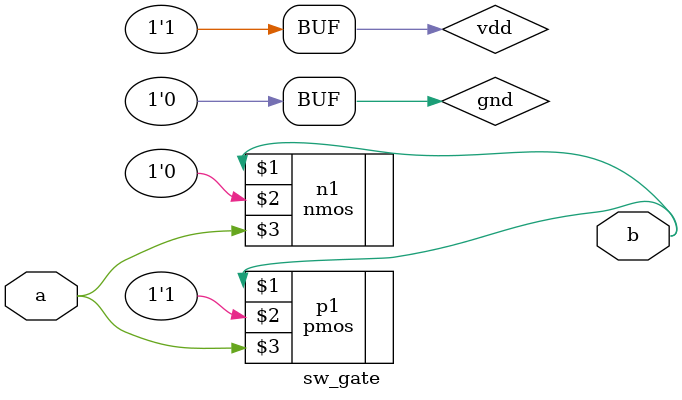
<source format=v>
module sw_gate(b, a);

input a;
output b;

supply1 vdd;
supply0 gnd;
pmos p1(b, vdd, a);
nmos n1(b, gnd, a);

endmodule
</source>
